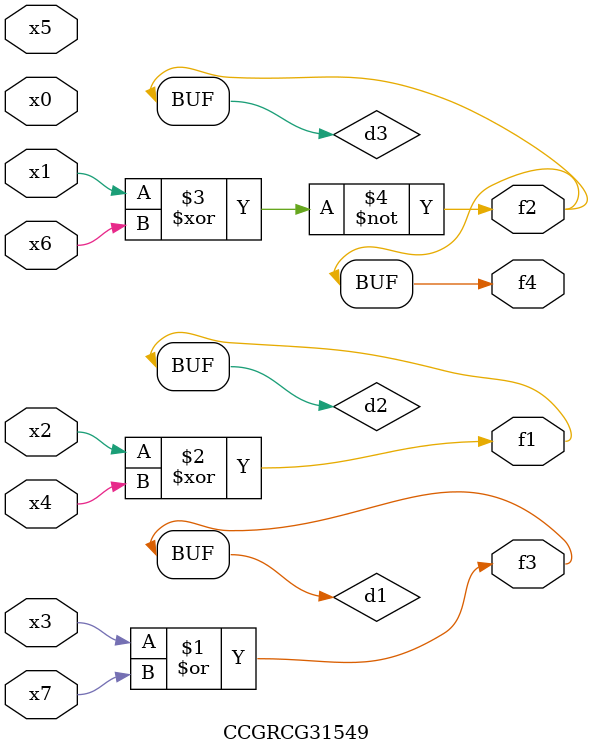
<source format=v>
module CCGRCG31549(
	input x0, x1, x2, x3, x4, x5, x6, x7,
	output f1, f2, f3, f4
);

	wire d1, d2, d3;

	or (d1, x3, x7);
	xor (d2, x2, x4);
	xnor (d3, x1, x6);
	assign f1 = d2;
	assign f2 = d3;
	assign f3 = d1;
	assign f4 = d3;
endmodule

</source>
